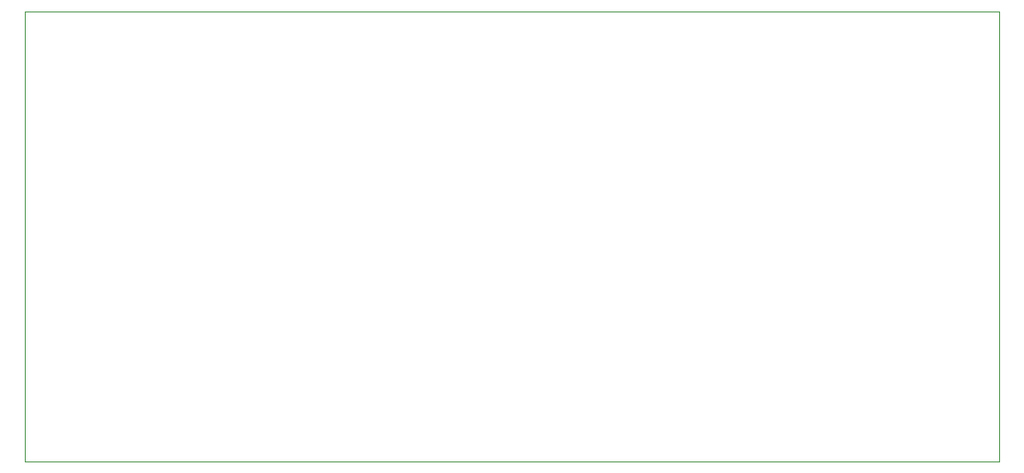
<source format=gm1>
G04 #@! TF.GenerationSoftware,KiCad,Pcbnew,8.0.0*
G04 #@! TF.CreationDate,2024-03-01T08:43:17-05:00*
G04 #@! TF.ProjectId,Rosco-MiniHat-4Mb,526f7363-6f2d-44d6-996e-694861742d34,rev?*
G04 #@! TF.SameCoordinates,Original*
G04 #@! TF.FileFunction,Profile,NP*
%FSLAX46Y46*%
G04 Gerber Fmt 4.6, Leading zero omitted, Abs format (unit mm)*
G04 Created by KiCad (PCBNEW 8.0.0) date 2024-03-01 08:43:17*
%MOMM*%
%LPD*%
G01*
G04 APERTURE LIST*
G04 #@! TA.AperFunction,Profile*
%ADD10C,0.100000*%
G04 #@! TD*
G04 APERTURE END LIST*
D10*
X128650000Y-50400000D02*
X35650000Y-50400000D01*
X35650000Y-50400000D02*
X35650000Y-93350000D01*
X128650000Y-50400000D02*
X128730000Y-93360000D01*
X128730000Y-93360000D02*
X35650000Y-93350000D01*
M02*

</source>
